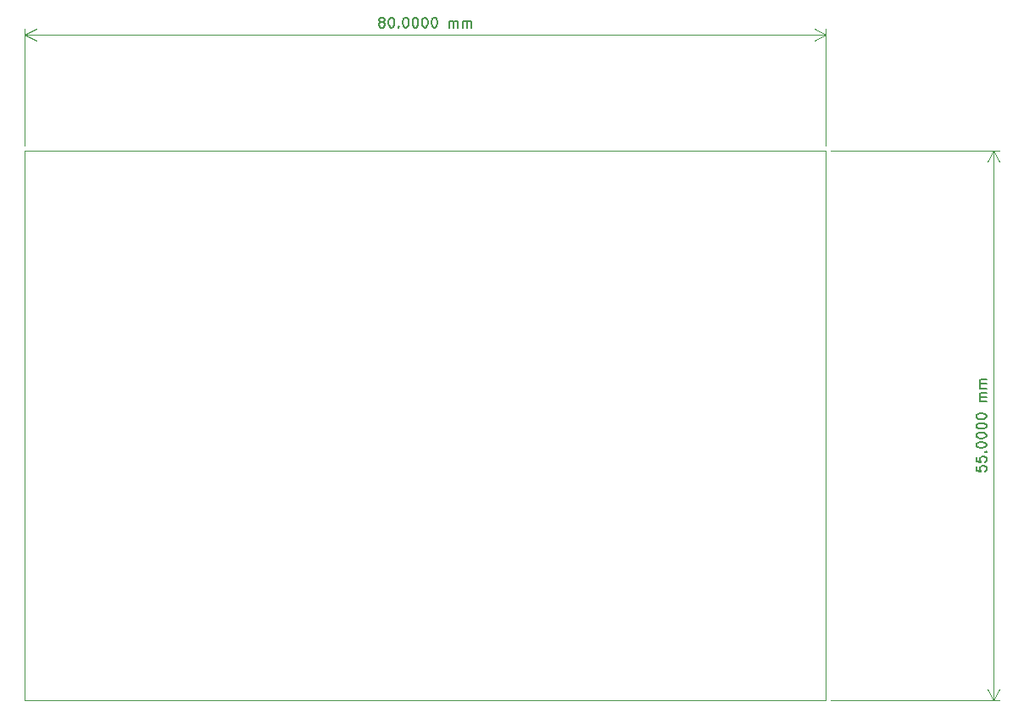
<source format=gbr>
%TF.GenerationSoftware,KiCad,Pcbnew,7.0.5*%
%TF.CreationDate,2023-06-26T01:29:26+02:00*%
%TF.ProjectId,GigaVesc,47696761-5665-4736-932e-6b696361645f,rev?*%
%TF.SameCoordinates,Original*%
%TF.FileFunction,Profile,NP*%
%FSLAX46Y46*%
G04 Gerber Fmt 4.6, Leading zero omitted, Abs format (unit mm)*
G04 Created by KiCad (PCBNEW 7.0.5) date 2023-06-26 01:29:26*
%MOMM*%
%LPD*%
G01*
G04 APERTURE LIST*
%TA.AperFunction,Profile*%
%ADD10C,0.100000*%
%TD*%
%ADD11C,0.150000*%
G04 APERTURE END LIST*
D10*
X116000000Y-70000000D02*
X196000000Y-70000000D01*
X196000000Y-125000000D01*
X116000000Y-125000000D01*
X116000000Y-70000000D01*
D11*
X151571429Y-57153391D02*
X151476191Y-57105772D01*
X151476191Y-57105772D02*
X151428572Y-57058153D01*
X151428572Y-57058153D02*
X151380953Y-56962915D01*
X151380953Y-56962915D02*
X151380953Y-56915296D01*
X151380953Y-56915296D02*
X151428572Y-56820058D01*
X151428572Y-56820058D02*
X151476191Y-56772439D01*
X151476191Y-56772439D02*
X151571429Y-56724820D01*
X151571429Y-56724820D02*
X151761905Y-56724820D01*
X151761905Y-56724820D02*
X151857143Y-56772439D01*
X151857143Y-56772439D02*
X151904762Y-56820058D01*
X151904762Y-56820058D02*
X151952381Y-56915296D01*
X151952381Y-56915296D02*
X151952381Y-56962915D01*
X151952381Y-56962915D02*
X151904762Y-57058153D01*
X151904762Y-57058153D02*
X151857143Y-57105772D01*
X151857143Y-57105772D02*
X151761905Y-57153391D01*
X151761905Y-57153391D02*
X151571429Y-57153391D01*
X151571429Y-57153391D02*
X151476191Y-57201010D01*
X151476191Y-57201010D02*
X151428572Y-57248629D01*
X151428572Y-57248629D02*
X151380953Y-57343867D01*
X151380953Y-57343867D02*
X151380953Y-57534343D01*
X151380953Y-57534343D02*
X151428572Y-57629581D01*
X151428572Y-57629581D02*
X151476191Y-57677201D01*
X151476191Y-57677201D02*
X151571429Y-57724820D01*
X151571429Y-57724820D02*
X151761905Y-57724820D01*
X151761905Y-57724820D02*
X151857143Y-57677201D01*
X151857143Y-57677201D02*
X151904762Y-57629581D01*
X151904762Y-57629581D02*
X151952381Y-57534343D01*
X151952381Y-57534343D02*
X151952381Y-57343867D01*
X151952381Y-57343867D02*
X151904762Y-57248629D01*
X151904762Y-57248629D02*
X151857143Y-57201010D01*
X151857143Y-57201010D02*
X151761905Y-57153391D01*
X152571429Y-56724820D02*
X152666667Y-56724820D01*
X152666667Y-56724820D02*
X152761905Y-56772439D01*
X152761905Y-56772439D02*
X152809524Y-56820058D01*
X152809524Y-56820058D02*
X152857143Y-56915296D01*
X152857143Y-56915296D02*
X152904762Y-57105772D01*
X152904762Y-57105772D02*
X152904762Y-57343867D01*
X152904762Y-57343867D02*
X152857143Y-57534343D01*
X152857143Y-57534343D02*
X152809524Y-57629581D01*
X152809524Y-57629581D02*
X152761905Y-57677201D01*
X152761905Y-57677201D02*
X152666667Y-57724820D01*
X152666667Y-57724820D02*
X152571429Y-57724820D01*
X152571429Y-57724820D02*
X152476191Y-57677201D01*
X152476191Y-57677201D02*
X152428572Y-57629581D01*
X152428572Y-57629581D02*
X152380953Y-57534343D01*
X152380953Y-57534343D02*
X152333334Y-57343867D01*
X152333334Y-57343867D02*
X152333334Y-57105772D01*
X152333334Y-57105772D02*
X152380953Y-56915296D01*
X152380953Y-56915296D02*
X152428572Y-56820058D01*
X152428572Y-56820058D02*
X152476191Y-56772439D01*
X152476191Y-56772439D02*
X152571429Y-56724820D01*
X153333334Y-57629581D02*
X153380953Y-57677201D01*
X153380953Y-57677201D02*
X153333334Y-57724820D01*
X153333334Y-57724820D02*
X153285715Y-57677201D01*
X153285715Y-57677201D02*
X153333334Y-57629581D01*
X153333334Y-57629581D02*
X153333334Y-57724820D01*
X154000000Y-56724820D02*
X154095238Y-56724820D01*
X154095238Y-56724820D02*
X154190476Y-56772439D01*
X154190476Y-56772439D02*
X154238095Y-56820058D01*
X154238095Y-56820058D02*
X154285714Y-56915296D01*
X154285714Y-56915296D02*
X154333333Y-57105772D01*
X154333333Y-57105772D02*
X154333333Y-57343867D01*
X154333333Y-57343867D02*
X154285714Y-57534343D01*
X154285714Y-57534343D02*
X154238095Y-57629581D01*
X154238095Y-57629581D02*
X154190476Y-57677201D01*
X154190476Y-57677201D02*
X154095238Y-57724820D01*
X154095238Y-57724820D02*
X154000000Y-57724820D01*
X154000000Y-57724820D02*
X153904762Y-57677201D01*
X153904762Y-57677201D02*
X153857143Y-57629581D01*
X153857143Y-57629581D02*
X153809524Y-57534343D01*
X153809524Y-57534343D02*
X153761905Y-57343867D01*
X153761905Y-57343867D02*
X153761905Y-57105772D01*
X153761905Y-57105772D02*
X153809524Y-56915296D01*
X153809524Y-56915296D02*
X153857143Y-56820058D01*
X153857143Y-56820058D02*
X153904762Y-56772439D01*
X153904762Y-56772439D02*
X154000000Y-56724820D01*
X154952381Y-56724820D02*
X155047619Y-56724820D01*
X155047619Y-56724820D02*
X155142857Y-56772439D01*
X155142857Y-56772439D02*
X155190476Y-56820058D01*
X155190476Y-56820058D02*
X155238095Y-56915296D01*
X155238095Y-56915296D02*
X155285714Y-57105772D01*
X155285714Y-57105772D02*
X155285714Y-57343867D01*
X155285714Y-57343867D02*
X155238095Y-57534343D01*
X155238095Y-57534343D02*
X155190476Y-57629581D01*
X155190476Y-57629581D02*
X155142857Y-57677201D01*
X155142857Y-57677201D02*
X155047619Y-57724820D01*
X155047619Y-57724820D02*
X154952381Y-57724820D01*
X154952381Y-57724820D02*
X154857143Y-57677201D01*
X154857143Y-57677201D02*
X154809524Y-57629581D01*
X154809524Y-57629581D02*
X154761905Y-57534343D01*
X154761905Y-57534343D02*
X154714286Y-57343867D01*
X154714286Y-57343867D02*
X154714286Y-57105772D01*
X154714286Y-57105772D02*
X154761905Y-56915296D01*
X154761905Y-56915296D02*
X154809524Y-56820058D01*
X154809524Y-56820058D02*
X154857143Y-56772439D01*
X154857143Y-56772439D02*
X154952381Y-56724820D01*
X155904762Y-56724820D02*
X156000000Y-56724820D01*
X156000000Y-56724820D02*
X156095238Y-56772439D01*
X156095238Y-56772439D02*
X156142857Y-56820058D01*
X156142857Y-56820058D02*
X156190476Y-56915296D01*
X156190476Y-56915296D02*
X156238095Y-57105772D01*
X156238095Y-57105772D02*
X156238095Y-57343867D01*
X156238095Y-57343867D02*
X156190476Y-57534343D01*
X156190476Y-57534343D02*
X156142857Y-57629581D01*
X156142857Y-57629581D02*
X156095238Y-57677201D01*
X156095238Y-57677201D02*
X156000000Y-57724820D01*
X156000000Y-57724820D02*
X155904762Y-57724820D01*
X155904762Y-57724820D02*
X155809524Y-57677201D01*
X155809524Y-57677201D02*
X155761905Y-57629581D01*
X155761905Y-57629581D02*
X155714286Y-57534343D01*
X155714286Y-57534343D02*
X155666667Y-57343867D01*
X155666667Y-57343867D02*
X155666667Y-57105772D01*
X155666667Y-57105772D02*
X155714286Y-56915296D01*
X155714286Y-56915296D02*
X155761905Y-56820058D01*
X155761905Y-56820058D02*
X155809524Y-56772439D01*
X155809524Y-56772439D02*
X155904762Y-56724820D01*
X156857143Y-56724820D02*
X156952381Y-56724820D01*
X156952381Y-56724820D02*
X157047619Y-56772439D01*
X157047619Y-56772439D02*
X157095238Y-56820058D01*
X157095238Y-56820058D02*
X157142857Y-56915296D01*
X157142857Y-56915296D02*
X157190476Y-57105772D01*
X157190476Y-57105772D02*
X157190476Y-57343867D01*
X157190476Y-57343867D02*
X157142857Y-57534343D01*
X157142857Y-57534343D02*
X157095238Y-57629581D01*
X157095238Y-57629581D02*
X157047619Y-57677201D01*
X157047619Y-57677201D02*
X156952381Y-57724820D01*
X156952381Y-57724820D02*
X156857143Y-57724820D01*
X156857143Y-57724820D02*
X156761905Y-57677201D01*
X156761905Y-57677201D02*
X156714286Y-57629581D01*
X156714286Y-57629581D02*
X156666667Y-57534343D01*
X156666667Y-57534343D02*
X156619048Y-57343867D01*
X156619048Y-57343867D02*
X156619048Y-57105772D01*
X156619048Y-57105772D02*
X156666667Y-56915296D01*
X156666667Y-56915296D02*
X156714286Y-56820058D01*
X156714286Y-56820058D02*
X156761905Y-56772439D01*
X156761905Y-56772439D02*
X156857143Y-56724820D01*
X158380953Y-57724820D02*
X158380953Y-57058153D01*
X158380953Y-57153391D02*
X158428572Y-57105772D01*
X158428572Y-57105772D02*
X158523810Y-57058153D01*
X158523810Y-57058153D02*
X158666667Y-57058153D01*
X158666667Y-57058153D02*
X158761905Y-57105772D01*
X158761905Y-57105772D02*
X158809524Y-57201010D01*
X158809524Y-57201010D02*
X158809524Y-57724820D01*
X158809524Y-57201010D02*
X158857143Y-57105772D01*
X158857143Y-57105772D02*
X158952381Y-57058153D01*
X158952381Y-57058153D02*
X159095238Y-57058153D01*
X159095238Y-57058153D02*
X159190477Y-57105772D01*
X159190477Y-57105772D02*
X159238096Y-57201010D01*
X159238096Y-57201010D02*
X159238096Y-57724820D01*
X159714286Y-57724820D02*
X159714286Y-57058153D01*
X159714286Y-57153391D02*
X159761905Y-57105772D01*
X159761905Y-57105772D02*
X159857143Y-57058153D01*
X159857143Y-57058153D02*
X160000000Y-57058153D01*
X160000000Y-57058153D02*
X160095238Y-57105772D01*
X160095238Y-57105772D02*
X160142857Y-57201010D01*
X160142857Y-57201010D02*
X160142857Y-57724820D01*
X160142857Y-57201010D02*
X160190476Y-57105772D01*
X160190476Y-57105772D02*
X160285714Y-57058153D01*
X160285714Y-57058153D02*
X160428571Y-57058153D01*
X160428571Y-57058153D02*
X160523810Y-57105772D01*
X160523810Y-57105772D02*
X160571429Y-57201010D01*
X160571429Y-57201010D02*
X160571429Y-57724820D01*
D10*
X196000000Y-69500000D02*
X196000000Y-57833581D01*
X116000000Y-69500000D02*
X116000000Y-57833581D01*
X196000000Y-58420001D02*
X116000000Y-58420001D01*
X196000000Y-58420001D02*
X116000000Y-58420001D01*
X196000000Y-58420001D02*
X194873496Y-59006422D01*
X196000000Y-58420001D02*
X194873496Y-57833580D01*
X116000000Y-58420001D02*
X117126504Y-57833580D01*
X116000000Y-58420001D02*
X117126504Y-59006422D01*
D11*
X211029819Y-101595237D02*
X211029819Y-102071427D01*
X211029819Y-102071427D02*
X211506009Y-102119046D01*
X211506009Y-102119046D02*
X211458390Y-102071427D01*
X211458390Y-102071427D02*
X211410771Y-101976189D01*
X211410771Y-101976189D02*
X211410771Y-101738094D01*
X211410771Y-101738094D02*
X211458390Y-101642856D01*
X211458390Y-101642856D02*
X211506009Y-101595237D01*
X211506009Y-101595237D02*
X211601247Y-101547618D01*
X211601247Y-101547618D02*
X211839342Y-101547618D01*
X211839342Y-101547618D02*
X211934580Y-101595237D01*
X211934580Y-101595237D02*
X211982200Y-101642856D01*
X211982200Y-101642856D02*
X212029819Y-101738094D01*
X212029819Y-101738094D02*
X212029819Y-101976189D01*
X212029819Y-101976189D02*
X211982200Y-102071427D01*
X211982200Y-102071427D02*
X211934580Y-102119046D01*
X211029819Y-100642856D02*
X211029819Y-101119046D01*
X211029819Y-101119046D02*
X211506009Y-101166665D01*
X211506009Y-101166665D02*
X211458390Y-101119046D01*
X211458390Y-101119046D02*
X211410771Y-101023808D01*
X211410771Y-101023808D02*
X211410771Y-100785713D01*
X211410771Y-100785713D02*
X211458390Y-100690475D01*
X211458390Y-100690475D02*
X211506009Y-100642856D01*
X211506009Y-100642856D02*
X211601247Y-100595237D01*
X211601247Y-100595237D02*
X211839342Y-100595237D01*
X211839342Y-100595237D02*
X211934580Y-100642856D01*
X211934580Y-100642856D02*
X211982200Y-100690475D01*
X211982200Y-100690475D02*
X212029819Y-100785713D01*
X212029819Y-100785713D02*
X212029819Y-101023808D01*
X212029819Y-101023808D02*
X211982200Y-101119046D01*
X211982200Y-101119046D02*
X211934580Y-101166665D01*
X211934580Y-100166665D02*
X211982200Y-100119046D01*
X211982200Y-100119046D02*
X212029819Y-100166665D01*
X212029819Y-100166665D02*
X211982200Y-100214284D01*
X211982200Y-100214284D02*
X211934580Y-100166665D01*
X211934580Y-100166665D02*
X212029819Y-100166665D01*
X211029819Y-99499999D02*
X211029819Y-99404761D01*
X211029819Y-99404761D02*
X211077438Y-99309523D01*
X211077438Y-99309523D02*
X211125057Y-99261904D01*
X211125057Y-99261904D02*
X211220295Y-99214285D01*
X211220295Y-99214285D02*
X211410771Y-99166666D01*
X211410771Y-99166666D02*
X211648866Y-99166666D01*
X211648866Y-99166666D02*
X211839342Y-99214285D01*
X211839342Y-99214285D02*
X211934580Y-99261904D01*
X211934580Y-99261904D02*
X211982200Y-99309523D01*
X211982200Y-99309523D02*
X212029819Y-99404761D01*
X212029819Y-99404761D02*
X212029819Y-99499999D01*
X212029819Y-99499999D02*
X211982200Y-99595237D01*
X211982200Y-99595237D02*
X211934580Y-99642856D01*
X211934580Y-99642856D02*
X211839342Y-99690475D01*
X211839342Y-99690475D02*
X211648866Y-99738094D01*
X211648866Y-99738094D02*
X211410771Y-99738094D01*
X211410771Y-99738094D02*
X211220295Y-99690475D01*
X211220295Y-99690475D02*
X211125057Y-99642856D01*
X211125057Y-99642856D02*
X211077438Y-99595237D01*
X211077438Y-99595237D02*
X211029819Y-99499999D01*
X211029819Y-98547618D02*
X211029819Y-98452380D01*
X211029819Y-98452380D02*
X211077438Y-98357142D01*
X211077438Y-98357142D02*
X211125057Y-98309523D01*
X211125057Y-98309523D02*
X211220295Y-98261904D01*
X211220295Y-98261904D02*
X211410771Y-98214285D01*
X211410771Y-98214285D02*
X211648866Y-98214285D01*
X211648866Y-98214285D02*
X211839342Y-98261904D01*
X211839342Y-98261904D02*
X211934580Y-98309523D01*
X211934580Y-98309523D02*
X211982200Y-98357142D01*
X211982200Y-98357142D02*
X212029819Y-98452380D01*
X212029819Y-98452380D02*
X212029819Y-98547618D01*
X212029819Y-98547618D02*
X211982200Y-98642856D01*
X211982200Y-98642856D02*
X211934580Y-98690475D01*
X211934580Y-98690475D02*
X211839342Y-98738094D01*
X211839342Y-98738094D02*
X211648866Y-98785713D01*
X211648866Y-98785713D02*
X211410771Y-98785713D01*
X211410771Y-98785713D02*
X211220295Y-98738094D01*
X211220295Y-98738094D02*
X211125057Y-98690475D01*
X211125057Y-98690475D02*
X211077438Y-98642856D01*
X211077438Y-98642856D02*
X211029819Y-98547618D01*
X211029819Y-97595237D02*
X211029819Y-97499999D01*
X211029819Y-97499999D02*
X211077438Y-97404761D01*
X211077438Y-97404761D02*
X211125057Y-97357142D01*
X211125057Y-97357142D02*
X211220295Y-97309523D01*
X211220295Y-97309523D02*
X211410771Y-97261904D01*
X211410771Y-97261904D02*
X211648866Y-97261904D01*
X211648866Y-97261904D02*
X211839342Y-97309523D01*
X211839342Y-97309523D02*
X211934580Y-97357142D01*
X211934580Y-97357142D02*
X211982200Y-97404761D01*
X211982200Y-97404761D02*
X212029819Y-97499999D01*
X212029819Y-97499999D02*
X212029819Y-97595237D01*
X212029819Y-97595237D02*
X211982200Y-97690475D01*
X211982200Y-97690475D02*
X211934580Y-97738094D01*
X211934580Y-97738094D02*
X211839342Y-97785713D01*
X211839342Y-97785713D02*
X211648866Y-97833332D01*
X211648866Y-97833332D02*
X211410771Y-97833332D01*
X211410771Y-97833332D02*
X211220295Y-97785713D01*
X211220295Y-97785713D02*
X211125057Y-97738094D01*
X211125057Y-97738094D02*
X211077438Y-97690475D01*
X211077438Y-97690475D02*
X211029819Y-97595237D01*
X211029819Y-96642856D02*
X211029819Y-96547618D01*
X211029819Y-96547618D02*
X211077438Y-96452380D01*
X211077438Y-96452380D02*
X211125057Y-96404761D01*
X211125057Y-96404761D02*
X211220295Y-96357142D01*
X211220295Y-96357142D02*
X211410771Y-96309523D01*
X211410771Y-96309523D02*
X211648866Y-96309523D01*
X211648866Y-96309523D02*
X211839342Y-96357142D01*
X211839342Y-96357142D02*
X211934580Y-96404761D01*
X211934580Y-96404761D02*
X211982200Y-96452380D01*
X211982200Y-96452380D02*
X212029819Y-96547618D01*
X212029819Y-96547618D02*
X212029819Y-96642856D01*
X212029819Y-96642856D02*
X211982200Y-96738094D01*
X211982200Y-96738094D02*
X211934580Y-96785713D01*
X211934580Y-96785713D02*
X211839342Y-96833332D01*
X211839342Y-96833332D02*
X211648866Y-96880951D01*
X211648866Y-96880951D02*
X211410771Y-96880951D01*
X211410771Y-96880951D02*
X211220295Y-96833332D01*
X211220295Y-96833332D02*
X211125057Y-96785713D01*
X211125057Y-96785713D02*
X211077438Y-96738094D01*
X211077438Y-96738094D02*
X211029819Y-96642856D01*
X212029819Y-95119046D02*
X211363152Y-95119046D01*
X211458390Y-95119046D02*
X211410771Y-95071427D01*
X211410771Y-95071427D02*
X211363152Y-94976189D01*
X211363152Y-94976189D02*
X211363152Y-94833332D01*
X211363152Y-94833332D02*
X211410771Y-94738094D01*
X211410771Y-94738094D02*
X211506009Y-94690475D01*
X211506009Y-94690475D02*
X212029819Y-94690475D01*
X211506009Y-94690475D02*
X211410771Y-94642856D01*
X211410771Y-94642856D02*
X211363152Y-94547618D01*
X211363152Y-94547618D02*
X211363152Y-94404761D01*
X211363152Y-94404761D02*
X211410771Y-94309522D01*
X211410771Y-94309522D02*
X211506009Y-94261903D01*
X211506009Y-94261903D02*
X212029819Y-94261903D01*
X212029819Y-93785713D02*
X211363152Y-93785713D01*
X211458390Y-93785713D02*
X211410771Y-93738094D01*
X211410771Y-93738094D02*
X211363152Y-93642856D01*
X211363152Y-93642856D02*
X211363152Y-93499999D01*
X211363152Y-93499999D02*
X211410771Y-93404761D01*
X211410771Y-93404761D02*
X211506009Y-93357142D01*
X211506009Y-93357142D02*
X212029819Y-93357142D01*
X211506009Y-93357142D02*
X211410771Y-93309523D01*
X211410771Y-93309523D02*
X211363152Y-93214285D01*
X211363152Y-93214285D02*
X211363152Y-93071428D01*
X211363152Y-93071428D02*
X211410771Y-92976189D01*
X211410771Y-92976189D02*
X211506009Y-92928570D01*
X211506009Y-92928570D02*
X212029819Y-92928570D01*
D10*
X196500000Y-125000000D02*
X213311420Y-125000000D01*
X196500000Y-70000000D02*
X213311420Y-70000000D01*
X212725000Y-125000000D02*
X212725000Y-70000000D01*
X212725000Y-125000000D02*
X212725000Y-70000000D01*
X212725000Y-125000000D02*
X212138579Y-123873496D01*
X212725000Y-125000000D02*
X213311421Y-123873496D01*
X212725000Y-70000000D02*
X213311421Y-71126504D01*
X212725000Y-70000000D02*
X212138579Y-71126504D01*
M02*

</source>
